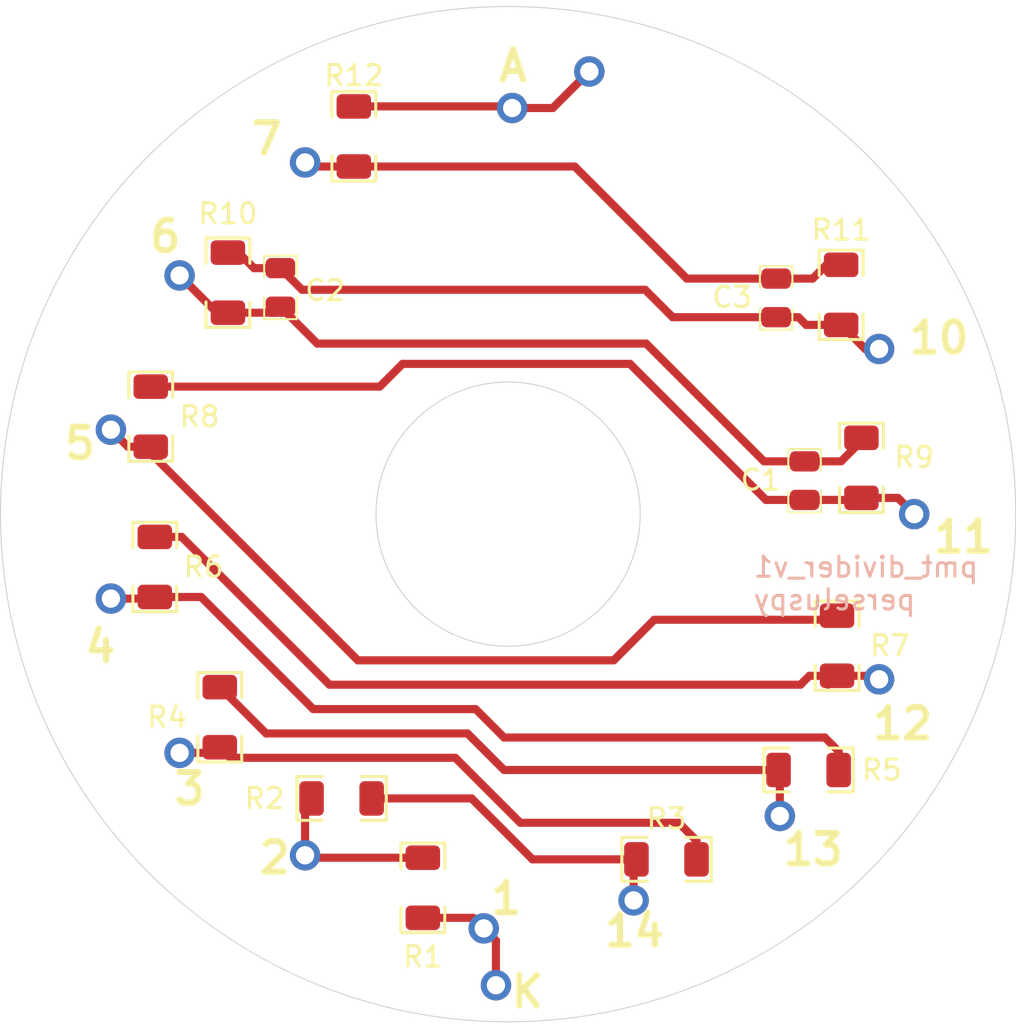
<source format=kicad_pcb>
(kicad_pcb (version 20240108) (generator "pcbnew") (generator_version "8.0")
  (layers (0 "F.Cu" signal) (31 "B.Cu" signal) (34 "B.Paste" user) (35 "F.Paste" user) (36 "B.SilkS" user "B.Silkscreen") (37 "F.SilkS" user "F.Silkscreen") (38 "B.Mask" user) (39 "F.Mask" user) (44 "Edge.Cuts" user))
  (net 0 "")
  (net 1 "Net-(C1-Pad1)")
  (net 2 "Net-(C1-Pad2)")
  (net 3 "Net-(C2-Pad2)")
  (net 4 "/Anode")
  (net 5 "Net-(C3-Pad2)")
  (net 6 "/Cathode (GND)")
  (net 7 "Net-(R1-Pad2)")
  (net 8 "Net-(R2-Pad2)")
  (net 9 "Net-(R3-Pad2)")
  (net 10 "Net-(R4-Pad2)")
  (net 11 "Net-(R5-Pad2)")
  (net 12 "Net-(R6-Pad2)")
  (net 13 "Net-(R7-Pad2)")
  (footprint "pepy_sym_lib:[RES_SMD_1206_3216Metric]" (layer "F.Cu") (at 147.8 117)
    (property "Reference" "R3" (at 0 -2 0) (layer "F.SilkS"))
    (property "Value" "1206W4F0000T5E")
    (fp_line (start -2.2 -1.08) (end -0.95 -1.08) (stroke (width 0.15)) (layer "F.SilkS"))
    (fp_line (start -2.2 1.08) (end -2.2 -1.08) (stroke (width 0.15)) (layer "F.SilkS"))
    (fp_line (start -0.95 1.08) (end -2.2 1.08) (stroke (width 0.15)) (layer "F.SilkS"))
    (fp_line (start 0.95 1.08) (end 2.2 1.08) (stroke (width 0.15)) (layer "F.SilkS"))
    (fp_line (start 2.2 -1.08) (end 0.95 -1.08) (stroke (width 0.15)) (layer "F.SilkS"))
    (fp_line (start 2.2 1.08) (end 2.2 -1.08) (stroke (width 0.15)) (layer "F.SilkS"))
    (pad "1" smd roundrect (at -1.48 0) (size 1.21 1.7) (layers "F.Cu" "F.Paste" "F.Mask") (roundrect_rratio 0.2066115702) (net 8 "Net-(R2-Pad2)"))
    (pad "2" smd roundrect (at 1.48 0) (size 1.21 1.7) (layers "F.Cu" "F.Paste" "F.Mask") (roundrect_rratio 0.2066115702) (net 9 "Net-(R3-Pad2)"))
  )
  (footprint "pepy_sym_lib:[CAP_SMD_0805_2012Metric]" (layer "F.Cu") (at 153.2148 89.3152 90)
    (property "Reference" "C3" (at 0 -2.1844 0) (layer "F.SilkS"))
    (property "Value" "CC0805KKX7RBBB103")
    (fp_line (start 1.524965 -0.815769) (end 1.526261 0.787005) (stroke (width 0.1)) (layer "F.SilkS"))
    (fp_line (start 0.458165 -0.815769) (end 1.524965 -0.815769) (stroke (width 0.1)) (layer "F.SilkS"))
    (fp_line (start -1.597619 -0.815592) (end -0.530819 -0.815592) (stroke (width 0.1)) (layer "F.SilkS"))
    (fp_line (start 1.526261 0.787005) (end 0.459461 0.787005) (stroke (width 0.1)) (layer "F.SilkS"))
    (fp_line (start -0.529523 0.787182) (end -1.596323 0.787182) (stroke (width 0.1)) (layer "F.SilkS"))
    (fp_line (start -1.596323 0.787182) (end -1.597619 -0.815592) (stroke (width 0.1)) (layer "F.SilkS"))
    (pad "1" smd roundrect (at -0.9848 -0.0148 90) (size 1 1.45) (layers "F.Cu" "F.Paste" "F.Mask") (net 3 "Net-(C2-Pad2)"))
    (pad "2" smd roundrect (at 0.9152 -0.0148 90) (size 1 1.45) (layers "F.Cu" "F.Paste" "F.Mask") (net 5 "Net-(C3-Pad2)"))
  )
  (footprint "pepy_sym_lib:[CAP_SMD_0805_2012Metric]" (layer "F.Cu") (at 154.6148 98.3152 90)
    (property "Reference" "C1" (at 0 -2.1844 0) (layer "F.SilkS"))
    (property "Value" "CC0805KKX7RBBB103")
    (fp_line (start 1.524965 -0.815769) (end 1.526261 0.787005) (stroke (width 0.1)) (layer "F.SilkS"))
    (fp_line (start 0.458165 -0.815769) (end 1.524965 -0.815769) (stroke (width 0.1)) (layer "F.SilkS"))
    (fp_line (start -1.597619 -0.815592) (end -0.530819 -0.815592) (stroke (width 0.1)) (layer "F.SilkS"))
    (fp_line (start 1.526261 0.787005) (end 0.459461 0.787005) (stroke (width 0.1)) (layer "F.SilkS"))
    (fp_line (start -0.529523 0.787182) (end -1.596323 0.787182) (stroke (width 0.1)) (layer "F.SilkS"))
    (fp_line (start -1.596323 0.787182) (end -1.597619 -0.815592) (stroke (width 0.1)) (layer "F.SilkS"))
    (pad "1" smd roundrect (at -0.9848 -0.0148 90) (size 1 1.45) (layers "F.Cu" "F.Paste" "F.Mask") (net 1 "Net-(C1-Pad1)"))
    (pad "2" smd roundrect (at 0.9152 -0.0148 90) (size 1 1.45) (layers "F.Cu" "F.Paste" "F.Mask") (net 2 "Net-(C1-Pad2)"))
  )
  (footprint "pepy_sym_lib:[RES_SMD_1206_3216Metric]" (layer "F.Cu") (at 122.6 102.6 90)
    (property "Reference" "R6" (at 0 2.4 0) (layer "F.SilkS"))
    (property "Value" "1206W4F0000T5E")
    (fp_line (start 2.2 -1.08) (end 0.95 -1.08) (stroke (width 0.15)) (layer "F.SilkS"))
    (fp_line (start -2.2 -1.08) (end -0.95 -1.08) (stroke (width 0.15)) (layer "F.SilkS"))
    (fp_line (start 2.2 1.08) (end 2.2 -1.08) (stroke (width 0.15)) (layer "F.SilkS"))
    (fp_line (start 0.95 1.08) (end 2.2 1.08) (stroke (width 0.15)) (layer "F.SilkS"))
    (fp_line (start -0.95 1.08) (end -2.2 1.08) (stroke (width 0.15)) (layer "F.SilkS"))
    (fp_line (start -2.2 1.08) (end -2.2 -1.08) (stroke (width 0.15)) (layer "F.SilkS"))
    (pad "1" smd roundrect (at -1.48 0 90) (size 1.21 1.7) (layers "F.Cu" "F.Paste" "F.Mask") (roundrect_rratio 0.2066115702) (net 11 "Net-(R5-Pad2)"))
    (pad "2" smd roundrect (at 1.48 0 90) (size 1.21 1.7) (layers "F.Cu" "F.Paste" "F.Mask") (roundrect_rratio 0.2066115702) (net 12 "Net-(R6-Pad2)"))
  )
  (footprint "pepy_sym_lib:[RES_SMD_1206_3216Metric]" (layer "F.Cu") (at 135.8 118.4 90)
    (property "Reference" "R1" (at -3.4 0 0) (layer "F.SilkS"))
    (property "Value" "1206W4F0000T5E")
    (fp_line (start 2.2 -1.08) (end 0.95 -1.08) (stroke (width 0.15)) (layer "F.SilkS"))
    (fp_line (start -2.2 -1.08) (end -0.95 -1.08) (stroke (width 0.15)) (layer "F.SilkS"))
    (fp_line (start 2.2 1.08) (end 2.2 -1.08) (stroke (width 0.15)) (layer "F.SilkS"))
    (fp_line (start 0.95 1.08) (end 2.2 1.08) (stroke (width 0.15)) (layer "F.SilkS"))
    (fp_line (start -0.95 1.08) (end -2.2 1.08) (stroke (width 0.15)) (layer "F.SilkS"))
    (fp_line (start -2.2 1.08) (end -2.2 -1.08) (stroke (width 0.15)) (layer "F.SilkS"))
    (pad "1" smd roundrect (at -1.48 0 90) (size 1.21 1.7) (layers "F.Cu" "F.Paste" "F.Mask") (roundrect_rratio 0.2066115702) (net 6 "/Cathode (GND)"))
    (pad "2" smd roundrect (at 1.48 0 90) (size 1.21 1.7) (layers "F.Cu" "F.Paste" "F.Mask") (roundrect_rratio 0.2066115702) (net 7 "Net-(R1-Pad2)"))
  )
  (footprint "pepy_sym_lib:[RES_SMD_1206_3216Metric]" (layer "F.Cu") (at 156.4 89.2 90)
    (property "Reference" "R11" (at 3.2 0 0) (layer "F.SilkS"))
    (property "Value" "1206W4F0000T5E")
    (fp_line (start 2.2 -1.08) (end 0.95 -1.08) (stroke (width 0.15)) (layer "F.SilkS"))
    (fp_line (start -2.2 -1.08) (end -0.95 -1.08) (stroke (width 0.15)) (layer "F.SilkS"))
    (fp_line (start 2.2 1.08) (end 2.2 -1.08) (stroke (width 0.15)) (layer "F.SilkS"))
    (fp_line (start 0.95 1.08) (end 2.2 1.08) (stroke (width 0.15)) (layer "F.SilkS"))
    (fp_line (start -0.95 1.08) (end -2.2 1.08) (stroke (width 0.15)) (layer "F.SilkS"))
    (fp_line (start -2.2 1.08) (end -2.2 -1.08) (stroke (width 0.15)) (layer "F.SilkS"))
    (pad "1" smd roundrect (at -1.48 0 90) (size 1.21 1.7) (layers "F.Cu" "F.Paste" "F.Mask") (roundrect_rratio 0.2066115702) (net 3 "Net-(C2-Pad2)"))
    (pad "2" smd roundrect (at 1.48 0 90) (size 1.21 1.7) (layers "F.Cu" "F.Paste" "F.Mask") (roundrect_rratio 0.2066115702) (net 5 "Net-(C3-Pad2)"))
  )
  (footprint "pepy_sym_lib:[CAP_SMD_0805_2012Metric]" (layer "F.Cu") (at 128.8 88.8 90)
    (property "Reference" "C2" (at -0.1848 2.1852 0) (layer "F.SilkS"))
    (property "Value" "CC0805KKX7RBBB103")
    (fp_line (start 1.524965 -0.815769) (end 1.526261 0.787005) (stroke (width 0.1)) (layer "F.SilkS"))
    (fp_line (start 0.458165 -0.815769) (end 1.524965 -0.815769) (stroke (width 0.1)) (layer "F.SilkS"))
    (fp_line (start -1.597619 -0.815592) (end -0.530819 -0.815592) (stroke (width 0.1)) (layer "F.SilkS"))
    (fp_line (start 1.526261 0.787005) (end 0.459461 0.787005) (stroke (width 0.1)) (layer "F.SilkS"))
    (fp_line (start -0.529523 0.787182) (end -1.596323 0.787182) (stroke (width 0.1)) (layer "F.SilkS"))
    (fp_line (start -1.596323 0.787182) (end -1.597619 -0.815592) (stroke (width 0.1)) (layer "F.SilkS"))
    (pad "1" smd roundrect (at -0.9848 -0.0148 90) (size 1 1.45) (layers "F.Cu" "F.Paste" "F.Mask") (net 2 "Net-(C1-Pad2)"))
    (pad "2" smd roundrect (at 0.9152 -0.0148 90) (size 1 1.45) (layers "F.Cu" "F.Paste" "F.Mask") (net 3 "Net-(C2-Pad2)"))
  )
  (footprint "pepy_sym_lib:[RES_SMD_1206_3216Metric]" (layer "F.Cu") (at 156.2 106.48 90)
    (property "Reference" "R7" (at 0 2.6 0) (layer "F.SilkS"))
    (property "Value" "1206W4F0000T5E")
    (fp_line (start 2.2 -1.08) (end 0.95 -1.08) (stroke (width 0.15)) (layer "F.SilkS"))
    (fp_line (start -2.2 -1.08) (end -0.95 -1.08) (stroke (width 0.15)) (layer "F.SilkS"))
    (fp_line (start 2.2 1.08) (end 2.2 -1.08) (stroke (width 0.15)) (layer "F.SilkS"))
    (fp_line (start 0.95 1.08) (end 2.2 1.08) (stroke (width 0.15)) (layer "F.SilkS"))
    (fp_line (start -0.95 1.08) (end -2.2 1.08) (stroke (width 0.15)) (layer "F.SilkS"))
    (fp_line (start -2.2 1.08) (end -2.2 -1.08) (stroke (width 0.15)) (layer "F.SilkS"))
    (pad "1" smd roundrect (at -1.48 0 90) (size 1.21 1.7) (layers "F.Cu" "F.Paste" "F.Mask") (roundrect_rratio 0.2066115702) (net 12 "Net-(R6-Pad2)"))
    (pad "2" smd roundrect (at 1.48 0 90) (size 1.21 1.7) (layers "F.Cu" "F.Paste" "F.Mask") (roundrect_rratio 0.2066115702) (net 13 "Net-(R7-Pad2)"))
  )
  (footprint "pepy_sym_lib:[RES_SMD_1206_3216Metric]" (layer "F.Cu") (at 126.2 88.6 90)
    (property "Reference" "R10" (at 3.4 0 0) (layer "F.SilkS"))
    (property "Value" "1206W4F0000T5E")
    (fp_line (start 2.2 -1.08) (end 0.95 -1.08) (stroke (width 0.15)) (layer "F.SilkS"))
    (fp_line (start -2.2 -1.08) (end -0.95 -1.08) (stroke (width 0.15)) (layer "F.SilkS"))
    (fp_line (start 2.2 1.08) (end 2.2 -1.08) (stroke (width 0.15)) (layer "F.SilkS"))
    (fp_line (start 0.95 1.08) (end 2.2 1.08) (stroke (width 0.15)) (layer "F.SilkS"))
    (fp_line (start -0.95 1.08) (end -2.2 1.08) (stroke (width 0.15)) (layer "F.SilkS"))
    (fp_line (start -2.2 1.08) (end -2.2 -1.08) (stroke (width 0.15)) (layer "F.SilkS"))
    (pad "1" smd roundrect (at -1.48 0 90) (size 1.21 1.7) (layers "F.Cu" "F.Paste" "F.Mask") (roundrect_rratio 0.2066115702) (net 2 "Net-(C1-Pad2)"))
    (pad "2" smd roundrect (at 1.48 0 90) (size 1.21 1.7) (layers "F.Cu" "F.Paste" "F.Mask") (roundrect_rratio 0.2066115702) (net 3 "Net-(C2-Pad2)"))
  )
  (footprint "pepy_sym_lib:[RES_SMD_1206_3216Metric]" (layer "F.Cu") (at 125.8 110 90)
    (property "Reference" "R4" (at 0 -2.6 0) (layer "F.SilkS"))
    (property "Value" "1206W4F0000T5E")
    (fp_line (start 2.2 -1.08) (end 0.95 -1.08) (stroke (width 0.15)) (layer "F.SilkS"))
    (fp_line (start -2.2 -1.08) (end -0.95 -1.08) (stroke (width 0.15)) (layer "F.SilkS"))
    (fp_line (start 2.2 1.08) (end 2.2 -1.08) (stroke (width 0.15)) (layer "F.SilkS"))
    (fp_line (start 0.95 1.08) (end 2.2 1.08) (stroke (width 0.15)) (layer "F.SilkS"))
    (fp_line (start -0.95 1.08) (end -2.2 1.08) (stroke (width 0.15)) (layer "F.SilkS"))
    (fp_line (start -2.2 1.08) (end -2.2 -1.08) (stroke (width 0.15)) (layer "F.SilkS"))
    (pad "1" smd roundrect (at -1.48 0 90) (size 1.21 1.7) (layers "F.Cu" "F.Paste" "F.Mask") (roundrect_rratio 0.2066115702) (net 9 "Net-(R3-Pad2)"))
    (pad "2" smd roundrect (at 1.48 0 90) (size 1.21 1.7) (layers "F.Cu" "F.Paste" "F.Mask") (roundrect_rratio 0.2066115702) (net 10 "Net-(R4-Pad2)"))
  )
  (footprint "pepy_sym_lib:[RES_SMD_1206_3216Metric]" (layer "F.Cu") (at 157.4 97.72 90)
    (property "Reference" "R9" (at 0.52 2.6 0) (layer "F.SilkS"))
    (property "Value" "1206W4F0000T5E")
    (fp_line (start 2.2 -1.08) (end 0.95 -1.08) (stroke (width 0.15)) (layer "F.SilkS"))
    (fp_line (start -2.2 -1.08) (end -0.95 -1.08) (stroke (width 0.15)) (layer "F.SilkS"))
    (fp_line (start 2.2 1.08) (end 2.2 -1.08) (stroke (width 0.15)) (layer "F.SilkS"))
    (fp_line (start 0.95 1.08) (end 2.2 1.08) (stroke (width 0.15)) (layer "F.SilkS"))
    (fp_line (start -0.95 1.08) (end -2.2 1.08) (stroke (width 0.15)) (layer "F.SilkS"))
    (fp_line (start -2.2 1.08) (end -2.2 -1.08) (stroke (width 0.15)) (layer "F.SilkS"))
    (pad "1" smd roundrect (at -1.48 0 90) (size 1.21 1.7) (layers "F.Cu" "F.Paste" "F.Mask") (roundrect_rratio 0.2066115702) (net 1 "Net-(C1-Pad1)"))
    (pad "2" smd roundrect (at 1.48 0 90) (size 1.21 1.7) (layers "F.Cu" "F.Paste" "F.Mask") (roundrect_rratio 0.2066115702) (net 2 "Net-(C1-Pad2)"))
  )
  (footprint "pepy_sym_lib:[RES_SMD_1206_3216Metric]" (layer "F.Cu") (at 122.4 95.2 90)
    (property "Reference" "R8" (at 0 2.4 0) (layer "F.SilkS"))
    (property "Value" "1206W4F0000T5E")
    (fp_line (start 2.2 -1.08) (end 0.95 -1.08) (stroke (width 0.15)) (layer "F.SilkS"))
    (fp_line (start -2.2 -1.08) (end -0.95 -1.08) (stroke (width 0.15)) (layer "F.SilkS"))
    (fp_line (start 2.2 1.08) (end 2.2 -1.08) (stroke (width 0.15)) (layer "F.SilkS"))
    (fp_line (start 0.95 1.08) (end 2.2 1.08) (stroke (width 0.15)) (layer "F.SilkS"))
    (fp_line (start -0.95 1.08) (end -2.2 1.08) (stroke (width 0.15)) (layer "F.SilkS"))
    (fp_line (start -2.2 1.08) (end -2.2 -1.08) (stroke (width 0.15)) (layer "F.SilkS"))
    (pad "1" smd roundrect (at -1.48 0 90) (size 1.21 1.7) (layers "F.Cu" "F.Paste" "F.Mask") (roundrect_rratio 0.2066115702) (net 13 "Net-(R7-Pad2)"))
    (pad "2" smd roundrect (at 1.48 0 90) (size 1.21 1.7) (layers "F.Cu" "F.Paste" "F.Mask") (roundrect_rratio 0.2066115702) (net 1 "Net-(C1-Pad1)"))
  )
  (footprint "pepy_sym_lib:[RES_SMD_1206_3216Metric]" (layer "F.Cu") (at 132.4 81.4 90)
    (property "Reference" "R12" (at 3 0 0) (layer "F.SilkS"))
    (property "Value" "1206W4F0000T5E")
    (fp_line (start 2.2 -1.08) (end 0.95 -1.08) (stroke (width 0.15)) (layer "F.SilkS"))
    (fp_line (start -2.2 -1.08) (end -0.95 -1.08) (stroke (width 0.15)) (layer "F.SilkS"))
    (fp_line (start 2.2 1.08) (end 2.2 -1.08) (stroke (width 0.15)) (layer "F.SilkS"))
    (fp_line (start 0.95 1.08) (end 2.2 1.08) (stroke (width 0.15)) (layer "F.SilkS"))
    (fp_line (start -0.95 1.08) (end -2.2 1.08) (stroke (width 0.15)) (layer "F.SilkS"))
    (fp_line (start -2.2 1.08) (end -2.2 -1.08) (stroke (width 0.15)) (layer "F.SilkS"))
    (pad "1" smd roundrect (at -1.48 0 90) (size 1.21 1.7) (layers "F.Cu" "F.Paste" "F.Mask") (roundrect_rratio 0.2066115702) (net 5 "Net-(C3-Pad2)"))
    (pad "2" smd roundrect (at 1.48 0 90) (size 1.21 1.7) (layers "F.Cu" "F.Paste" "F.Mask") (roundrect_rratio 0.2066115702) (net 4 "/Anode"))
  )
  (footprint "pepy_sym_lib:[RES_SMD_1206_3216Metric]" (layer "F.Cu") (at 154.8 112.6)
    (property "Reference" "R5" (at 3.6 0 0) (layer "F.SilkS"))
    (property "Value" "1206W4F0000T5E")
    (fp_line (start -2.2 -1.08) (end -0.95 -1.08) (stroke (width 0.15)) (layer "F.SilkS"))
    (fp_line (start -2.2 1.08) (end -2.2 -1.08) (stroke (width 0.15)) (layer "F.SilkS"))
    (fp_line (start -0.95 1.08) (end -2.2 1.08) (stroke (width 0.15)) (layer "F.SilkS"))
    (fp_line (start 0.95 1.08) (end 2.2 1.08) (stroke (width 0.15)) (layer "F.SilkS"))
    (fp_line (start 2.2 -1.08) (end 0.95 -1.08) (stroke (width 0.15)) (layer "F.SilkS"))
    (fp_line (start 2.2 1.08) (end 2.2 -1.08) (stroke (width 0.15)) (layer "F.SilkS"))
    (pad "1" smd roundrect (at -1.48 0) (size 1.21 1.7) (layers "F.Cu" "F.Paste" "F.Mask") (roundrect_rratio 0.2066115702) (net 10 "Net-(R4-Pad2)"))
    (pad "2" smd roundrect (at 1.48 0) (size 1.21 1.7) (layers "F.Cu" "F.Paste" "F.Mask") (roundrect_rratio 0.2066115702) (net 11 "Net-(R5-Pad2)"))
  )
  (footprint "pepy_sym_lib:[RES_SMD_1206_3216Metric]" (layer "F.Cu") (at 131.8 114)
    (property "Reference" "R2" (at -3.8 0 180) (layer "F.SilkS"))
    (property "Value" "1206W4F0000T5E")
    (fp_line (start -2.2 -1.08) (end -0.95 -1.08) (stroke (width 0.15)) (layer "F.SilkS"))
    (fp_line (start -2.2 1.08) (end -2.2 -1.08) (stroke (width 0.15)) (layer "F.SilkS"))
    (fp_line (start -0.95 1.08) (end -2.2 1.08) (stroke (width 0.15)) (layer "F.SilkS"))
    (fp_line (start 0.95 1.08) (end 2.2 1.08) (stroke (width 0.15)) (layer "F.SilkS"))
    (fp_line (start 2.2 -1.08) (end 0.95 -1.08) (stroke (width 0.15)) (layer "F.SilkS"))
    (fp_line (start 2.2 1.08) (end 2.2 -1.08) (stroke (width 0.15)) (layer "F.SilkS"))
    (pad "1" smd roundrect (at -1.48 0) (size 1.21 1.7) (layers "F.Cu" "F.Paste" "F.Mask") (roundrect_rratio 0.2066115702) (net 7 "Net-(R1-Pad2)"))
    (pad "2" smd roundrect (at 1.48 0) (size 1.21 1.7) (layers "F.Cu" "F.Paste" "F.Mask") (roundrect_rratio 0.2066115702) (net 8 "Net-(R2-Pad2)"))
  )
  (gr_circle (center 140 100) (end 165 100) (stroke (width 0.05)) (fill none) (layer "Edge.Cuts"))
  (gr_circle (center 140 100) (end 144.6 104.6) (stroke (width 0.05)) (fill none) (layer "Edge.Cuts"))
  (gr_text "pmt_divider_v1\nperseluspy" (at 152 104.8 0) (layer "B.SilkS") (effects (font (size 1 1)) (justify right bottom mirror)))
  (gr_text "1" (at 139 119.8 0) (layer "F.SilkS") (effects (font (size 1.5 1.5) (thickness 0.3) (bold yes)) (justify left bottom)))
  (gr_text "5" (at 118 97.4 0) (layer "F.SilkS") (effects (font (size 1.5 1.5) (thickness 0.3) (bold yes)) (justify left bottom)))
  (gr_text "3\n" (at 123.4 114.4 0) (layer "F.SilkS") (effects (font (size 1.5 1.5) (thickness 0.3) (bold yes)) (justify left bottom)))
  (gr_text "7" (at 127.2 82.4 0) (layer "F.SilkS") (effects (font (size 1.5 1.5) (thickness 0.3) (bold yes)) (justify left bottom)))
  (gr_text "14\n" (at 144.6 121.4 0) (layer "F.SilkS") (effects (font (size 1.5 1.5) (thickness 0.3) (bold yes)) (justify left bottom)))
  (gr_text "4" (at 119 107.4 0) (layer "F.SilkS") (effects (font (size 1.5 1.5) (thickness 0.3) (bold yes)) (justify left bottom)))
  (gr_text "13\n" (at 153.4 117.4 0) (layer "F.SilkS") (effects (font (size 1.5 1.5) (thickness 0.3) (bold yes)) (justify left bottom)))
  (gr_text "A" (at 139.4 78.8 0) (layer "F.SilkS") (effects (font (size 1.5 1.5) (thickness 0.3) (bold yes)) (justify left bottom)))
  (gr_text "2\n" (at 127.6 117.8 0) (layer "F.SilkS") (effects (font (size 1.5 1.5) (thickness 0.3) (bold yes)) (justify left bottom)))
  (gr_text "12\n" (at 157.8 111.2 0) (layer "F.SilkS") (effects (font (size 1.5 1.5) (thickness 0.3) (bold yes)) (justify left bottom)))
  (gr_text "K" (at 140 124.4 0) (layer "F.SilkS") (effects (font (size 1.5 1.5) (thickness 0.3) (bold yes)) (justify left bottom)))
  (gr_text "10" (at 159.6 92.2 0) (layer "F.SilkS") (effects (font (size 1.5 1.5) (thickness 0.3) (bold yes)) (justify left bottom)))
  (gr_text "11" (at 160.8 102 0) (layer "F.SilkS") (effects (font (size 1.5 1.5) (thickness 0.3) (bold yes)) (justify left bottom)))
  (gr_text "6" (at 122.2 87.2 0) (layer "F.SilkS") (effects (font (size 1.5 1.5) (thickness 0.3) (bold yes)) (justify left bottom)))
  (segment (start 133.68 93.72) (end 134.8 92.6) (width 0.4) (layer "F.Cu") (net 1))
  (segment (start 146 92.6) (end 152.7 99.3) (width 0.4) (layer "F.Cu") (net 1))
  (segment (start 134.8 92.6) (end 146 92.6) (width 0.4) (layer "F.Cu") (net 1))
  (segment (start 122.4 93.72) (end 133.68 93.72) (width 0.4) (layer "F.Cu") (net 1))
  (segment (start 154.6 99.3) (end 157.3 99.3) (width 0.4) (layer "F.Cu") (net 1))
  (segment (start 160 100) (end 159.2 99.2) (width 0.4) (layer "F.Cu") (net 1))
  (segment (start 152.7 99.3) (end 154.6 99.3) (width 0.4) (layer "F.Cu") (net 1))
  (segment (start 159.2 99.2) (end 157.4 99.2) (width 0.4) (layer "F.Cu") (net 1))
  (segment (start 157.3 99.3) (end 157.4 99.2) (width 0.4) (layer "F.Cu") (net 1))
  (via (at 160 100) (size 1.5) (drill 0.9) (layers "F.Cu" "B.Cu") (net 1))
  (segment (start 130.6004 91.6) (end 146.8 91.6) (width 0.4) (layer "F.Cu") (net 2))
  (segment (start 156.4 97.4) (end 154.6 97.4) (width 0.4) (layer "F.Cu") (net 2))
  (segment (start 152.6 97.4) (end 154.6 97.4) (width 0.4) (layer "F.Cu") (net 2))
  (segment (start 125.655365 90.08) (end 123.81966 88.244295) (width 0.4) (layer "F.Cu") (net 2))
  (segment (start 157.4 96.4) (end 156.4 97.4) (width 0.4) (layer "F.Cu") (net 2))
  (segment (start 154.6 97.4) (end 154.8 97.4) (width 0.2) (layer "F.Cu") (net 2))
  (segment (start 128.7852 89.7848) (end 130.6004 91.6) (width 0.4) (layer "F.Cu") (net 2))
  (segment (start 146.8 91.6) (end 152.6 97.4) (width 0.4) (layer "F.Cu") (net 2))
  (segment (start 126.2 90.08) (end 125.655365 90.08) (width 0.4) (layer "F.Cu") (net 2))
  (segment (start 128.49 90.08) (end 128.7852 89.7848) (width 0.4) (layer "F.Cu") (net 2))
  (segment (start 126.2 90.08) (end 128.49 90.08) (width 0.4) (layer "F.Cu") (net 2))
  (segment (start 157.4 96.24) (end 157.4 96.4) (width 0.4) (layer "F.Cu") (net 2))
  (via (at 123.81966 88.244295) (size 1.5) (drill 0.9) (layers "F.Cu" "B.Cu") (net 2))
  (segment (start 146.75 88.95) (end 148.1 90.3) (width 0.4) (layer "F.Cu") (net 3))
  (segment (start 128.7852 87.8848) (end 129.8504 88.95) (width 0.4) (layer "F.Cu") (net 3))
  (segment (start 158.270909 91.865267) (end 157.585267 91.865267) (width 0.4) (layer "F.Cu") (net 3))
  (segment (start 127.4848 87.8848) (end 128.7852 87.8848) (width 0.4) (layer "F.Cu") (net 3))
  (segment (start 154.68 90.68) (end 156.4 90.68) (width 0.4) (layer "F.Cu") (net 3))
  (segment (start 153.2 90.3) (end 154.3 90.3) (width 0.4) (layer "F.Cu") (net 3))
  (segment (start 126.72 87.12) (end 127.4848 87.8848) (width 0.4) (layer "F.Cu") (net 3))
  (segment (start 129.8504 88.95) (end 146.75 88.95) (width 0.4) (layer "F.Cu") (net 3))
  (segment (start 157.585267 91.865267) (end 156.4 90.68) (width 0.4) (layer "F.Cu") (net 3))
  (segment (start 148.1 90.3) (end 153.2 90.3) (width 0.4) (layer "F.Cu") (net 3))
  (segment (start 154.3 90.3) (end 154.68 90.68) (width 0.4) (layer "F.Cu") (net 3))
  (segment (start 126.2 87.12) (end 126.72 87.12) (width 0.4) (layer "F.Cu") (net 3))
  (via (at 158.270909 91.865267) (size 1.5) (drill 0.9) (layers "F.Cu" "B.Cu") (net 3))
  (segment (start 132.4 79.92) (end 140.12 79.92) (width 0.4) (layer "F.Cu") (net 4))
  (segment (start 140.2 80) (end 142.2 80) (width 0.4) (layer "F.Cu") (net 4))
  (segment (start 142.2 80) (end 144 78.2) (width 0.4) (layer "F.Cu") (net 4))
  (segment (start 140.12 79.92) (end 140.2 80) (width 0.4) (layer "F.Cu") (net 4))
  (via (at 144 78.2) (size 1.5) (drill 0.9) (layers "F.Cu" "B.Cu") (net 4))
  (via (at 140.2 80) (size 1.5) (drill 0.9) (layers "F.Cu" "B.Cu") (net 4))
  (segment (start 132.4 82.88) (end 130.200508 82.88) (width 0.4) (layer "F.Cu") (net 5))
  (segment (start 132.4 82.88) (end 143.28 82.88) (width 0.4) (layer "F.Cu") (net 5))
  (segment (start 155 88.4) (end 153.2 88.4) (width 0.4) (layer "F.Cu") (net 5))
  (segment (start 156.4 87.72) (end 155.68 87.72) (width 0.4) (layer "F.Cu") (net 5))
  (segment (start 148.8 88.4) (end 153.2 88.4) (width 0.4) (layer "F.Cu") (net 5))
  (segment (start 143.28 82.88) (end 148.8 88.4) (width 0.4) (layer "F.Cu") (net 5))
  (segment (start 130.200508 82.88) (end 130 82.679492) (width 0.4) (layer "F.Cu") (net 5))
  (segment (start 155.68 87.72) (end 155 88.4) (width 0.4) (layer "F.Cu") (net 5))
  (via (at 130 82.679492) (size 1.5) (drill 0.9) (layers "F.Cu" "B.Cu") (net 5))
  (segment (start 138.8 120.4) (end 138.28 119.88) (width 0.4) (layer "F.Cu") (net 6))
  (segment (start 138.28 119.88) (end 135.8 119.88) (width 0.4) (layer "F.Cu") (net 6))
  (segment (start 139.4 123.2) (end 139.4 121) (width 0.4) (layer "F.Cu") (net 6))
  (segment (start 139.4 121) (end 138.8 120.4) (width 0.4) (layer "F.Cu") (net 6))
  (via (at 138.8 120.4) (size 1.5) (drill 0.9) (layers "F.Cu" "B.Cu") (net 6))
  (via (at 139.4 123.2) (size 1.5) (drill 0.9) (layers "F.Cu" "B.Cu") (net 6))
  (segment (start 130 116.8) (end 130 114.32) (width 0.4) (layer "F.Cu") (net 7))
  (segment (start 130 114.32) (end 130.32 114) (width 0.4) (layer "F.Cu") (net 7))
  (segment (start 130 116.8) (end 130.12 116.92) (width 0.4) (layer "F.Cu") (net 7))
  (segment (start 130.12 116.92) (end 135.8 116.92) (width 0.4) (layer "F.Cu") (net 7))
  (via (at 130 116.8) (size 1.5) (drill 0.9) (layers "F.Cu" "B.Cu") (net 7))
  (segment (start 146.18034 117.13966) (end 146.32 117) (width 0.4) (layer "F.Cu") (net 8))
  (segment (start 146.18034 119.02113) (end 146.18034 117.13966) (width 0.4) (layer "F.Cu") (net 8))
  (segment (start 141.2 117) (end 146.32 117) (width 0.4) (layer "F.Cu") (net 8))
  (segment (start 133.28 114) (end 138.2 114) (width 0.4) (layer "F.Cu") (net 8))
  (segment (start 138.2 114) (end 141.2 117) (width 0.4) (layer "F.Cu") (net 8))
  (via (at 146.18034 119.02113) (size 1.5) (drill 0.9) (layers "F.Cu" "B.Cu") (net 8))
  (segment (start 140.6 115.2) (end 137.4 112) (width 0.4) (layer "F.Cu") (net 9))
  (segment (start 125.524295 111.755705) (end 125.8 111.48) (width 0.4) (layer "F.Cu") (net 9))
  (segment (start 149.28 117) (end 149.28 116.08) (width 0.4) (layer "F.Cu") (net 9))
  (segment (start 137.4 112) (end 126.32 112) (width 0.4) (layer "F.Cu") (net 9))
  (segment (start 126.32 112) (end 125.8 111.48) (width 0.4) (layer "F.Cu") (net 9))
  (segment (start 123.81966 111.755705) (end 125.524295 111.755705) (width 0.4) (layer "F.Cu") (net 9))
  (segment (start 149.28 116.08) (end 148.4 115.2) (width 0.4) (layer "F.Cu") (net 9))
  (segment (start 148.4 115.2) (end 140.6 115.2) (width 0.4) (layer "F.Cu") (net 9))
  (via (at 123.81966 111.755705) (size 1.5) (drill 0.9) (layers "F.Cu" "B.Cu") (net 9))
  (segment (start 153.382612 114.862897) (end 153.382612 112.662612) (width 0.4) (layer "F.Cu") (net 10))
  (segment (start 128.08 110.8) (end 138 110.8) (width 0.4) (layer "F.Cu") (net 10))
  (segment (start 153.382612 112.662612) (end 153.32 112.6) (width 0.4) (layer "F.Cu") (net 10))
  (segment (start 125.8 108.52) (end 128.08 110.8) (width 0.4) (layer "F.Cu") (net 10))
  (segment (start 138 110.8) (end 139.8 112.6) (width 0.4) (layer "F.Cu") (net 10))
  (segment (start 139.8 112.6) (end 153.32 112.6) (width 0.4) (layer "F.Cu") (net 10))
  (via (at 153.382612 114.862897) (size 1.5) (drill 0.9) (layers "F.Cu" "B.Cu") (net 10))
  (segment (start 120.437048 104.158234) (end 122.521766 104.158234) (width 0.4) (layer "F.Cu") (net 11))
  (segment (start 130.4 109.6) (end 138.4 109.6) (width 0.4) (layer "F.Cu") (net 11))
  (segment (start 156.28 111.68) (end 156.28 112.6) (width 0.4) (layer "F.Cu") (net 11))
  (segment (start 139.8 111) (end 155.6 111) (width 0.4) (layer "F.Cu") (net 11))
  (segment (start 124.88 104.08) (end 130.4 109.6) (width 0.4) (layer "F.Cu") (net 11))
  (segment (start 138.4 109.6) (end 139.8 111) (width 0.4) (layer "F.Cu") (net 11))
  (segment (start 122.521766 104.158234) (end 122.6 104.08) (width 0.4) (layer "F.Cu") (net 11))
  (segment (start 155.6 111) (end 156.28 111.68) (width 0.4) (layer "F.Cu") (net 11))
  (segment (start 122.6 104.08) (end 124.88 104.08) (width 0.4) (layer "F.Cu") (net 11))
  (via (at 120.437048 104.158234) (size 1.5) (drill 0.9) (layers "F.Cu" "B.Cu") (net 11))
  (segment (start 154.4 108.4) (end 154.84 107.96) (width 0.4) (layer "F.Cu") (net 12))
  (segment (start 123.92 101.12) (end 131.2 108.4) (width 0.4) (layer "F.Cu") (net 12))
  (segment (start 155.76 108.4) (end 156.2 107.96) (width 0.4) (layer "F.Cu") (net 12))
  (segment (start 122.6 101.12) (end 123.92 101.12) (width 0.4) (layer "F.Cu") (net 12))
  (segment (start 131.2 108.4) (end 154.4 108.4) (width 0.4) (layer "F.Cu") (net 12))
  (segment (start 156.2 107.96) (end 158.096176 107.96) (width 0.4) (layer "F.Cu") (net 12))
  (segment (start 158.096176 107.96) (end 158.270909 108.134733) (width 0.4) (layer "F.Cu") (net 12))
  (segment (start 154.84 107.96) (end 156.2 107.96) (width 0.4) (layer "F.Cu") (net 12))
  (via (at 158.270909 108.134733) (size 1.5) (drill 0.9) (layers "F.Cu" "B.Cu") (net 12))
  (segment (start 122.4 96.68) (end 121.275282 96.68) (width 0.4) (layer "F.Cu") (net 13))
  (segment (start 147.2 105.2) (end 145.2 107.2) (width 0.4) (layer "F.Cu") (net 13))
  (segment (start 132.6 107.2) (end 122.4 97) (width 0.4) (layer "F.Cu") (net 13))
  (segment (start 122.4 97) (end 122.4 96.68) (width 0.4) (layer "F.Cu") (net 13))
  (segment (start 156 105.2) (end 147.2 105.2) (width 0.4) (layer "F.Cu") (net 13))
  (segment (start 121.275282 96.68) (end 120.437048 95.841766) (width 0.4) (layer "F.Cu") (net 13))
  (segment (start 156.2 105) (end 156 105.2) (width 0.4) (layer "F.Cu") (net 13))
  (segment (start 145.2 107.2) (end 132.6 107.2) (width 0.4) (layer "F.Cu") (net 13))
  (via (at 120.437048 95.841766) (size 1.5) (drill 0.9) (layers "F.Cu" "B.Cu") (net 13))
)
</source>
